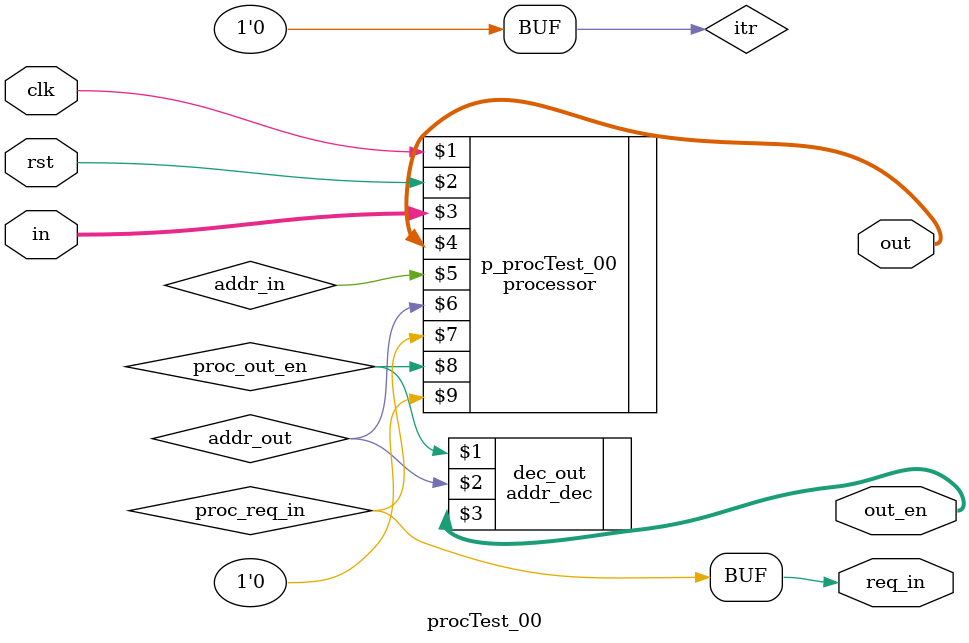
<source format=v>
module procTest_00 (

input  clk, rst,
input  signed [22:0] in ,
output signed [22:0] out,
output [0:0] req_in,
output [1:0] out_en);

wire itr = 1'b0;
wire proc_req_in, proc_out_en;
wire [0:0] addr_in;
wire [0:0] addr_out;

`ifdef __ICARUS__
wire mem_wr;
wire [5:0] mem_addr_wr;
wire [6:0] pc_sim_val;
`endif

processor#(.PIPELN(3),
.NUBITS(23),
.NBMANT(16),
.NBEXPO(6),
.NBOPER(7),
.NUGAIN(128),
.MDATAS(48),
.MINSTS(94),
.SDEPTH(5),
.DDEPTH(5),
.NBIOIN(1),
.NBIOOU(1),
.FFTSIZ(8),
.LOD(1),
.P_LOD(1),
.STI(1),
.SET(1),
.JIZ(1),
.P_INN(1),
.I2F(1),
.F_MLT(1),
.I2F_M(1),
.LES(1),
.LDI(1),
.SF_MLT(1),
.F_ADD(1),
.ADD(1),
.NEG_M(1),
.F2I(1),
.OUT(1),
.EQU(1),
.DFILE("C:/Users/Ricardo/Documents/Codigos_C/primeiro/procTest_00/Hardware/procTest_00_data.mif"),
.IFILE("C:/Users/Ricardo/Documents/Codigos_C/primeiro/procTest_00/Hardware/procTest_00_inst.mif"))

`ifdef __ICARUS__
p_procTest_00 (clk, rst, in, out, addr_in, addr_out, proc_req_in, proc_out_en, itr, mem_wr, mem_addr_wr,pc_sim_val);
`else
p_procTest_00 (clk, rst, in, out, addr_in, addr_out, proc_req_in, proc_out_en, itr);
`endif

assign req_in = proc_req_in;
addr_dec #(2) dec_out(proc_out_en, addr_out, out_en);

// ----------------------------------------------------------------------------
// Simulacao ------------------------------------------------------------------
// ----------------------------------------------------------------------------

`ifdef __ICARUS__

// I/O ------------------------------------------------------------------------

reg signed [22:0] in_sim_0 = 0;
reg req_in_sim_0 = 0;

reg signed [22:0] out_sig_0 = 0;
reg out_en_sim_0 = 0;

always @ (*) begin
   if (req_in == 1) in_sim_0 = in;
   req_in_sim_0 = req_in == 1;
end

always @ (*) begin
   if (out_en == 1) out_sig_0 <= out;
   out_en_sim_0 = out_en == 1;
end

// variaveis ------------------------------------------------------------------

reg [23-1:0] me1_f_global_v_tam_buff_input_e_=0;
reg [23-1:0] me1_f_global_v_tam_buff_coeffs_e_=0;
reg [23-1:0] me1_f_global_v_buff_circ_cont_e_=0;
reg [23-1:0] me1_f_global_v_coeffs_cont_e_=0;
reg [23-1:0] me1_f_global_v_pos_e_=0;
reg [16+23-1:0] me2_f_global_v_y_e_=0;

always @ (posedge clk) begin
   if (mem_addr_wr == 40 && mem_wr) me1_f_global_v_tam_buff_input_e_ <= out;
   if (mem_addr_wr == 41 && mem_wr) me1_f_global_v_tam_buff_coeffs_e_ <= out;
   if (mem_addr_wr == 42 && mem_wr) me1_f_global_v_buff_circ_cont_e_ <= out;
   if (mem_addr_wr == 43 && mem_wr) me1_f_global_v_coeffs_cont_e_ <= out;
   if (mem_addr_wr == 44 && mem_wr) me1_f_global_v_pos_e_ <= out;
   if (mem_addr_wr == 46 && mem_wr) me2_f_global_v_y_e_ <= {8'd16,8'd6,out};
end


// instrucoes -----------------------------------------------------------------

reg [23-1:0] valr1=0;
reg [23-1:0] valr2=0;
reg [23-1:0] valr3=0;
reg [23-1:0] valr4=0;
reg [23-1:0] valr5=0;
reg [23-1:0] valr6=0;
reg [23-1:0] valr7=0;
reg [23-1:0] valr8=0;
reg [23-1:0] valr9=0;
reg [23-1:0] valr10=0;

reg [19:0] min [0:94-1];

reg signed [19:0] linetab =-1;
reg signed [19:0] linetabs=-1;

initial	$readmemb("pc_procTest_00_mem.txt",min);

always @ (posedge clk) begin
if (pc_sim_val < 94) linetab <= min[pc_sim_val];
linetabs <= linetab;   
valr1    <= pc_sim_val;
valr2    <= valr1;
valr3    <= valr2;
valr4    <= valr3;
valr5    <= valr4;
valr6    <= valr5;
valr7    <= valr6;
valr8    <= valr7;
valr9    <= valr8;
valr10   <= valr9;
end

always @ (posedge clk) if (valr10 == 93) begin
$display("Info: end of program!");
$finish;
end

`endif

endmodule
</source>
